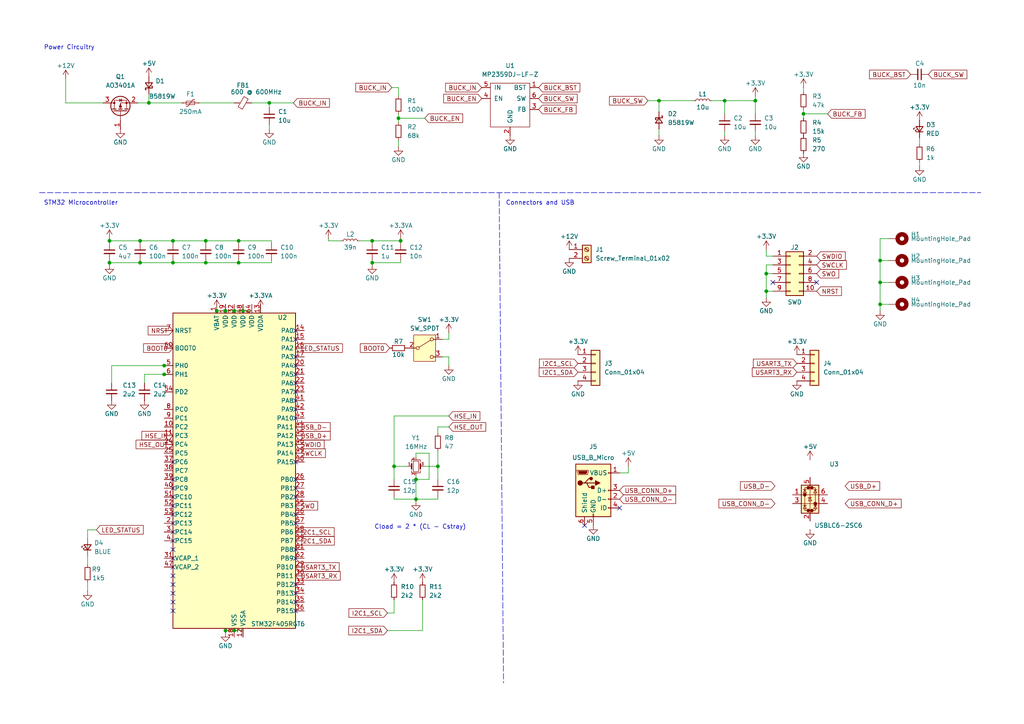
<source format=kicad_sch>
(kicad_sch (version 20250114) (generator "eeschema") (generator_version "9.0")
  (paper "A4")
  (title_block (title "STM32F4 Test Board") (date "2025-07-07") (rev "2.0") (company "rev"))
  (lib_symbols
    (symbol "Connector:Screw_Terminal_01x02" (pin_names (offset 1.016) (hide yes))
      (property "Reference" "J" (at 0 2.54 0))
      (property "Value" "Screw_Terminal_01x02" (at 0 -5.08 0))
      (symbol "Screw_Terminal_01x02_1_1"
        (pin passive line (at -5.08 0 0) (length 3.81) (name "Pin_1") (number "1"))
        (pin passive line (at -5.08 -2.54 0) (length 3.81) (name "Pin_2") (number "2"))
      )
    )
    (symbol "Connector:USB_B_Micro" (pin_names (offset 1.016))
      (property "Reference" "J" (at -5.08 11.43 0))
      (property "Value" "USB_B_Micro" (at -5.08 8.89 0))
      (symbol "USB_B_Micro_1_1"
        (pin passive line (at -2.54 -10.16 90) (length 2.54) (name "Shield") (number "6"))
        (pin power_out line (at 0 -10.16 90) (length 2.54) (name "GND") (number "5"))
        (pin power_out line (at 7.62 5.08 180) (length 2.54) (name "VBUS") (number "1"))
        (pin bidirectional line (at 7.62 0 180) (length 2.54) (name "D+") (number "3"))
        (pin bidirectional line (at 7.62 -2.54 180) (length 2.54) (name "D-") (number "2"))
        (pin passive line (at 7.62 -5.08 180) (length 2.54) (name "ID") (number "4"))
      )
    )
    (symbol "Connector_Generic:Conn_01x04" (pin_names (offset 1.016) (hide yes))
      (property "Reference" "J" (at 0 5.08 0))
      (property "Value" "Conn_01x04" (at 0 -7.62 0))
      (symbol "Conn_01x04_1_1"
        (pin passive line (at -5.08 2.54 0) (length 3.81) (name "Pin_1") (number "1"))
        (pin passive line (at -5.08 0 0) (length 3.81) (name "Pin_2") (number "2"))
        (pin passive line (at -5.08 -2.54 0) (length 3.81) (name "Pin_3") (number "3"))
        (pin passive line (at -5.08 -5.08 0) (length 3.81) (name "Pin_4") (number "4"))
      )
    )
    (symbol "Connector_Generic:Conn_02x05_Odd_Even" (pin_names (offset 1.016) (hide yes))
      (property "Reference" "J" (at 1.27 7.62 0))
      (property "Value" "Conn_02x05_Odd_Even" (at 1.27 -7.62 0))
      (symbol "Conn_02x05_Odd_Even_1_1"
        (pin passive line (at -5.08 5.08 0) (length 3.81) (name "Pin_1") (number "1"))
        (pin passive line (at -5.08 2.54 0) (length 3.81) (name "Pin_3") (number "3"))
        (pin passive line (at -5.08 0 0) (length 3.81) (name "Pin_5") (number "5"))
        (pin passive line (at -5.08 -2.54 0) (length 3.81) (name "Pin_7") (number "7"))
        (pin passive line (at -5.08 -5.08 0) (length 3.81) (name "Pin_9") (number "9"))
        (pin passive line (at 7.62 5.08 180) (length 3.81) (name "Pin_2") (number "2"))
        (pin passive line (at 7.62 2.54 180) (length 3.81) (name "Pin_4") (number "4"))
        (pin passive line (at 7.62 0 180) (length 3.81) (name "Pin_6") (number "6"))
        (pin passive line (at 7.62 -2.54 180) (length 3.81) (name "Pin_8") (number "8"))
        (pin passive line (at 7.62 -5.08 180) (length 3.81) (name "Pin_10") (number "10"))
      )
    )
    (symbol "Device:C_Small" (pin_numbers (hide yes)) (pin_names (offset 0.254) (hide yes))
      (property "Reference" "C" (at 0.254 1.778 0))
      (property "Value" "C_Small" (at 0.254 -2.032 0))
      (symbol "C_Small_1_1"
        (pin passive line (at 0 2.54 270) (length 2.032) (name "~") (number "1"))
        (pin passive line (at 0 -2.54 90) (length 2.032) (name "~") (number "2"))
      )
    )
    (symbol "Device:Crystal_GND24_Small" (pin_names (offset 1.016) (hide yes))
      (property "Reference" "Y" (at 1.27 4.445 0))
      (property "Value" "Crystal_GND24_Small" (at 1.27 2.54 0))
      (symbol "Crystal_GND24_Small_1_1"
        (pin passive line (at -2.54 0 0) (length 1.27) (name "1") (number "1"))
        (pin passive line (at 0 2.54 270) (length 0.635) (name "4") (number "4"))
        (pin passive line (at 0 -2.54 90) (length 0.635) (name "2") (number "2"))
        (pin passive line (at 2.54 0 180) (length 1.27) (name "3") (number "3"))
      )
    )
    (symbol "Device:D_Schottky_Small" (pin_numbers (hide yes)) (pin_names (offset 0.254) (hide yes))
      (property "Reference" "D" (at -1.27 2.032 0))
      (property "Value" "D_Schottky_Small" (at -7.112 -2.032 0))
      (symbol "D_Schottky_Small_1_1"
        (pin passive line (at -2.54 0 0) (length 1.778) (name "K") (number "1"))
        (pin passive line (at 2.54 0 180) (length 1.778) (name "A") (number "2"))
      )
    )
    (symbol "Device:Ferrite_Bead_Small" (pin_numbers (hide yes)) (pin_names (offset 0))
      (property "Reference" "FB" (at 1.905 1.27 0))
      (property "Value" "Device_Ferrite_Bead_Small" (at 1.905 -1.27 0))
      (symbol "Ferrite_Bead_Small_1_1"
        (pin passive line (at 0 2.54 270) (length 1.27) (name "~") (number "1"))
        (pin passive line (at 0 -2.54 90) (length 1.27) (name "~") (number "2"))
      )
    )
    (symbol "Device:LED_Small" (pin_numbers (hide yes)) (pin_names (offset 0.254) (hide yes))
      (property "Reference" "D" (at -1.27 3.175 0))
      (property "Value" "LED_Small" (at -4.445 -2.54 0))
      (symbol "LED_Small_1_1"
        (pin passive line (at -2.54 0 0) (length 1.778) (name "K") (number "1"))
        (pin passive line (at 2.54 0 180) (length 1.778) (name "A") (number "2"))
      )
    )
    (symbol "Device:L_Small" (pin_numbers (hide yes)) (pin_names (offset 0.254) (hide yes))
      (property "Reference" "L" (at 0.762 1.016 0))
      (property "Value" "L_Small" (at 0.762 -1.016 0))
      (symbol "L_Small_1_1"
        (pin passive line (at 0 2.54 270) (length 0.508) (name "~") (number "1"))
        (pin passive line (at 0 -2.54 90) (length 0.508) (name "~") (number "2"))
      )
    )
    (symbol "Device:Polyfuse_Small" (pin_numbers (hide yes)) (pin_names (offset 0))
      (property "Reference" "F" (at -1.905 0 90))
      (property "Value" "Polyfuse_Small" (at 1.905 0 90))
      (symbol "Polyfuse_Small_1_1"
        (pin passive line (at 0 2.54 270) (length 0.635) (name "~") (number "1"))
        (pin passive line (at 0 -2.54 90) (length 0.635) (name "~") (number "2"))
      )
    )
    (symbol "Device:R_Small" (pin_numbers (hide yes)) (pin_names (offset 0.254) (hide yes))
      (property "Reference" "R" (at 0 0 90))
      (property "Value" "R_Small" (at 1.778 0 90))
      (symbol "R_Small_1_1"
        (pin passive line (at 0 2.54 270) (length 0.762) (name "~") (number "1"))
        (pin passive line (at 0 -2.54 90) (length 0.762) (name "~") (number "2"))
      )
    )
    (symbol "MCU_ST_STM32F4:STM32F405RGTx"
      (property "Reference" "U" (at -17.78 46.99 0))
      (property "Value" "STM32F405RGTx" (at 10.16 46.99 0))
      (symbol "STM32F405RGTx_1_1"
        (pin input line (at -20.32 40.64 0) (length 2.54) (name "NRST") (number "7"))
        (pin input line (at -20.32 35.56 0) (length 2.54) (name "BOOT0") (number "60"))
        (pin bidirectional line (at -20.32 30.48 0) (length 2.54) (name "PH0") (number "5"))
        (pin bidirectional line (at -20.32 27.94 0) (length 2.54) (name "PH1") (number "6"))
        (pin bidirectional line (at -20.32 22.86 0) (length 2.54) (name "PD2") (number "54"))
        (pin bidirectional line (at -20.32 17.78 0) (length 2.54) (name "PC0") (number "8"))
        (pin bidirectional line (at -20.32 15.24 0) (length 2.54) (name "PC1") (number "9"))
        (pin bidirectional line (at -20.32 12.7 0) (length 2.54) (name "PC2") (number "10"))
        (pin bidirectional line (at -20.32 10.16 0) (length 2.54) (name "PC3") (number "11"))
        (pin bidirectional line (at -20.32 7.62 0) (length 2.54) (name "PC4") (number "24"))
        (pin bidirectional line (at -20.32 5.08 0) (length 2.54) (name "PC5") (number "25"))
        (pin bidirectional line (at -20.32 2.54 0) (length 2.54) (name "PC6") (number "37"))
        (pin bidirectional line (at -20.32 0 0) (length 2.54) (name "PC7") (number "38"))
        (pin bidirectional line (at -20.32 -2.54 0) (length 2.54) (name "PC8") (number "39"))
        (pin bidirectional line (at -20.32 -5.08 0) (length 2.54) (name "PC9") (number "40"))
        (pin bidirectional line (at -20.32 -7.62 0) (length 2.54) (name "PC10") (number "51"))
        (pin bidirectional line (at -20.32 -10.16 0) (length 2.54) (name "PC11") (number "52"))
        (pin bidirectional line (at -20.32 -12.7 0) (length 2.54) (name "PC12") (number "53"))
        (pin bidirectional line (at -20.32 -15.24 0) (length 2.54) (name "PC13") (number "2"))
        (pin bidirectional line (at -20.32 -17.78 0) (length 2.54) (name "PC14") (number "3"))
        (pin bidirectional line (at -20.32 -20.32 0) (length 2.54) (name "PC15") (number "4"))
        (pin power_out line (at -20.32 -25.4 0) (length 2.54) (name "VCAP_1") (number "31"))
        (pin power_out line (at -20.32 -27.94 0) (length 2.54) (name "VCAP_2") (number "47"))
        (pin power_in line (at -5.08 48.26 270) (length 2.54) (name "VBAT") (number "1"))
        (pin power_in line (at -2.54 48.26 270) (length 2.54) (name "VDD") (number "19"))
        (pin power_in line (at 0 48.26 270) (length 2.54) (name "VDD") (number "32"))
        (pin power_in line (at 0 -48.26 90) (length 2.54) (name "VSS") (number "18"))
        (pin passive line (at 0 -48.26 90) (length 2.54) (hide yes) (name "VSS") (number "63"))
        (pin power_in line (at 2.54 48.26 270) (length 2.54) (name "VDD") (number "48"))
        (pin power_in line (at 2.54 -48.26 90) (length 2.54) (name "VSSA") (number "12"))
        (pin power_in line (at 5.08 48.26 270) (length 2.54) (name "VDD") (number "64"))
        (pin power_in line (at 7.62 48.26 270) (length 2.54) (name "VDDA") (number "13"))
        (pin bidirectional line (at 20.32 40.64 180) (length 2.54) (name "PA0") (number "14"))
        (pin bidirectional line (at 20.32 38.1 180) (length 2.54) (name "PA1") (number "15"))
        (pin bidirectional line (at 20.32 35.56 180) (length 2.54) (name "PA2") (number "16"))
        (pin bidirectional line (at 20.32 33.02 180) (length 2.54) (name "PA3") (number "17"))
        (pin bidirectional line (at 20.32 30.48 180) (length 2.54) (name "PA4") (number "20"))
        (pin bidirectional line (at 20.32 27.94 180) (length 2.54) (name "PA5") (number "21"))
        (pin bidirectional line (at 20.32 25.4 180) (length 2.54) (name "PA6") (number "22"))
        (pin bidirectional line (at 20.32 22.86 180) (length 2.54) (name "PA7") (number "23"))
        (pin bidirectional line (at 20.32 20.32 180) (length 2.54) (name "PA8") (number "41"))
        (pin bidirectional line (at 20.32 17.78 180) (length 2.54) (name "PA9") (number "42"))
        (pin bidirectional line (at 20.32 15.24 180) (length 2.54) (name "PA10") (number "43"))
        (pin bidirectional line (at 20.32 12.7 180) (length 2.54) (name "PA11") (number "44"))
        (pin bidirectional line (at 20.32 10.16 180) (length 2.54) (name "PA12") (number "45"))
        (pin bidirectional line (at 20.32 7.62 180) (length 2.54) (name "PA13") (number "46"))
        (pin bidirectional line (at 20.32 5.08 180) (length 2.54) (name "PA14") (number "49"))
        (pin bidirectional line (at 20.32 2.54 180) (length 2.54) (name "PA15") (number "50"))
        (pin bidirectional line (at 20.32 -2.54 180) (length 2.54) (name "PB0") (number "26"))
        (pin bidirectional line (at 20.32 -5.08 180) (length 2.54) (name "PB1") (number "27"))
        (pin bidirectional line (at 20.32 -7.62 180) (length 2.54) (name "PB2") (number "28"))
        (pin bidirectional line (at 20.32 -10.16 180) (length 2.54) (name "PB3") (number "55"))
        (pin bidirectional line (at 20.32 -12.7 180) (length 2.54) (name "PB4") (number "56"))
        (pin bidirectional line (at 20.32 -15.24 180) (length 2.54) (name "PB5") (number "57"))
        (pin bidirectional line (at 20.32 -17.78 180) (length 2.54) (name "PB6") (number "58"))
        (pin bidirectional line (at 20.32 -20.32 180) (length 2.54) (name "PB7") (number "59"))
        (pin bidirectional line (at 20.32 -22.86 180) (length 2.54) (name "PB8") (number "61"))
        (pin bidirectional line (at 20.32 -25.4 180) (length 2.54) (name "PB9") (number "62"))
        (pin bidirectional line (at 20.32 -27.94 180) (length 2.54) (name "PB10") (number "29"))
        (pin bidirectional line (at 20.32 -30.48 180) (length 2.54) (name "PB11") (number "30"))
        (pin bidirectional line (at 20.32 -33.02 180) (length 2.54) (name "PB12") (number "33"))
        (pin bidirectional line (at 20.32 -35.56 180) (length 2.54) (name "PB13") (number "34"))
        (pin bidirectional line (at 20.32 -38.1 180) (length 2.54) (name "PB14") (number "35"))
        (pin bidirectional line (at 20.32 -40.64 180) (length 2.54) (name "PB15") (number "36"))
      )
    )
    (symbol "Mechanical:MountingHole_Pad" (pin_numbers (hide yes)) (pin_names (offset 1.016) (hide yes)) (in_bom no)
      (property "Reference" "H" (at 0 6.35 0))
      (property "Value" "MountingHole_Pad" (at 0 4.445 0))
      (symbol "MountingHole_Pad_1_1"
        (pin input line (at 0 -2.54 90) (length 2.54) (name "1") (number "1"))
      )
    )
    (symbol "Power_Protection:USBLC6-2SC6" (pin_names (hide yes))
      (property "Reference" "U" (at 0.635 5.715 0))
      (property "Value" "USBLC6-2SC6" (at 0.635 3.81 0))
      (symbol "USBLC6-2SC6_1_1"
        (pin passive line (at -5.08 0 0) (length 2.54) (name "I/O1") (number "1"))
        (pin passive line (at -5.08 -2.54 0) (length 2.54) (name "I/O2") (number "3"))
        (pin passive line (at 0 5.08 270) (length 2.54) (name "VBUS") (number "5"))
        (pin passive line (at 0 -7.62 90) (length 2.54) (name "GND") (number "2"))
        (pin passive line (at 5.08 0 180) (length 2.54) (name "I/O1") (number "6"))
        (pin passive line (at 5.08 -2.54 180) (length 2.54) (name "I/O2") (number "4"))
      )
    )
    (symbol "SchmillipKiCADLibrary:MP2359DJ-LF-Z" (pin_names (offset 1.016))
      (property "Reference" "U" (at 0 9.525 0))
      (property "Value" "SchmillipKiCADLibrary_MP2359DJ-LF-Z" (at 10.16 -6.35 0))
      (symbol "MP2359DJ-LF-Z_1_1"
        (pin power_in line (at -8.255 6.35 0) (length 2.54) (name "IN") (number "5"))
        (pin input line (at -8.255 3.175 0) (length 2.54) (name "EN") (number "4"))
        (pin power_in line (at 0 -7.62 90) (length 2.54) (name "GND") (number "2"))
        (pin input line (at 8.255 6.35 180) (length 2.54) (name "BST") (number "1"))
        (pin power_out line (at 8.255 3.175 180) (length 2.54) (name "SW") (number "6"))
        (pin input line (at 8.255 0 180) (length 2.54) (name "FB") (number "3"))
      )
    )
    (symbol "Switch:SW_SPDT" (pin_names (offset 0) (hide yes))
      (property "Reference" "SW" (at 0 5.08 0))
      (property "Value" "SW_SPDT" (at 0 -5.08 0))
      (symbol "SW_SPDT_1_1"
        (pin passive line (at -5.08 0 0) (length 2.54) (name "B") (number "2"))
        (pin passive line (at 5.08 2.54 180) (length 2.54) (name "A") (number "1"))
        (pin passive line (at 5.08 -2.54 180) (length 2.54) (name "C") (number "3"))
      )
    )
    (symbol "Transistor_FET:AO3401A" (pin_names (hide yes))
      (property "Reference" "Q" (at 5.08 1.905 0))
      (property "Value" "AO3401A" (at 5.08 0 0))
      (symbol "AO3401A_1_1"
        (pin input line (at -5.08 0 0) (length 2.54) (name "G") (number "1"))
        (pin passive line (at 2.54 5.08 270) (length 2.54) (name "D") (number "3"))
        (pin passive line (at 2.54 -5.08 90) (length 2.54) (name "S") (number "2"))
      )
    )
    (symbol "power:+12V" (power) (pin_numbers (hide yes)) (pin_names (offset 0) (hide yes))
      (property "Value" "+12V" (at 0 3.556 0))
      (symbol "+12V_1_1"
        (pin power_in line (at 0 0 90) (length 0) (name "~") (number "1"))
      )
    )
    (symbol "power:+3.3V" (power) (pin_numbers (hide yes)) (pin_names (offset 0) (hide yes))
      (property "Value" "+3.3V" (at 0 3.556 0))
      (symbol "+3.3V_1_1"
        (pin power_in line (at 0 0 90) (length 0) (name "~") (number "1"))
      )
    )
    (symbol "power:+3.3VA" (power) (pin_numbers (hide yes)) (pin_names (offset 0) (hide yes))
      (property "Value" "+3.3VA" (at 0 3.556 0))
      (symbol "+3.3VA_1_1"
        (pin power_in line (at 0 0 90) (length 0) (name "~") (number "1"))
      )
    )
    (symbol "power:+5V" (power) (pin_numbers (hide yes)) (pin_names (offset 0) (hide yes))
      (property "Value" "+5V" (at 0 3.556 0))
      (symbol "+5V_1_1"
        (pin power_in line (at 0 0 90) (length 0) (name "~") (number "1"))
      )
    )
    (symbol "power:GND" (power) (pin_numbers (hide yes)) (pin_names (offset 0) (hide yes))
      (property "Value" "GND" (at 0 -3.81 0))
      (symbol "GND_1_1"
        (pin power_in line (at 0 0 270) (length 0) (name "~") (number "1"))
      )
    )
  )
  (text "Connectors and USB" (at 146.685 59.69 0) (effects (font (size 1.27 1.27)) (justify left bottom)))
  (text "Power Circuitry" (at 12.7 14.605 0) (effects (font (size 1.27 1.27)) (justify left bottom)))
  (text "Cload = 2 * (CL - Cstray)" (at 108.585 153.67 0) (effects (font (size 1.27 1.27)) (justify left bottom)))
  (text "STM32 Microcontroller" (at 12.7 59.69 0) (effects (font (size 1.27 1.27)) (justify left bottom)))
  (junction (at 255.27 81.915))
  (junction (at 47.625 106.045))
  (junction (at 219.075 29.21))
  (junction (at 50.165 76.2))
  (junction (at 67.945 90.17))
  (junction (at 40.64 76.2))
  (junction (at 222.25 79.375))
  (junction (at 43.18 29.845))
  (junction (at 31.75 69.85))
  (junction (at 69.215 69.85))
  (junction (at 67.945 182.88))
  (junction (at 65.405 90.17))
  (junction (at 50.165 69.85))
  (junction (at 70.485 90.17))
  (junction (at 62.865 90.17))
  (junction (at 191.135 29.21))
  (junction (at 233.045 33.02))
  (junction (at 255.27 75.565))
  (junction (at 222.25 84.455))
  (junction (at 120.65 139.065))
  (junction (at 255.27 88.265))
  (junction (at 127 135.255))
  (junction (at 210.185 29.21))
  (junction (at 116.205 69.85))
  (junction (at 69.215 76.2))
  (junction (at 59.69 76.2))
  (junction (at 31.75 76.2))
  (junction (at 65.405 182.88))
  (junction (at 107.95 76.2))
  (junction (at 107.95 69.85))
  (junction (at 114.3 135.255))
  (junction (at 40.64 69.85))
  (junction (at 59.69 69.85))
  (junction (at 47.625 108.585))
  (junction (at 120.65 144.78))
  (junction (at 115.57 34.29))
  (junction (at 78.105 29.845))
  (no_connect (at 85.725 141.605))
  (no_connect (at 85.725 116.205))
  (no_connect (at 50.165 141.605))
  (no_connect (at 50.165 133.985))
  (no_connect (at 50.165 161.925))
  (no_connect (at 50.165 159.385))
  (no_connect (at 85.725 113.665))
  (no_connect (at 224.155 81.915))
  (no_connect (at 50.165 169.545))
  (no_connect (at 50.165 139.065))
  (no_connect (at 85.725 151.765))
  (no_connect (at 85.725 174.625))
  (no_connect (at 236.855 81.915))
  (no_connect (at 85.725 177.165))
  (no_connect (at 50.165 167.005))
  (no_connect (at 169.545 152.4))
  (no_connect (at 85.725 133.985))
  (no_connect (at 85.725 108.585))
  (no_connect (at 50.165 144.145))
  (no_connect (at 85.725 139.065))
  (no_connect (at 85.725 159.385))
  (no_connect (at 50.165 156.845))
  (no_connect (at 50.165 177.165))
  (no_connect (at 85.725 144.145))
  (no_connect (at 50.165 149.225))
  (no_connect (at 50.165 151.765))
  (no_connect (at 50.165 146.685))
  (no_connect (at 50.165 172.085))
  (no_connect (at 50.165 164.465))
  (no_connect (at 50.165 174.625))
  (no_connect (at 85.725 149.225))
  (no_connect (at 85.725 103.505))
  (no_connect (at 85.725 118.745))
  (no_connect (at 85.725 106.045))
  (no_connect (at 50.165 154.305))
  (no_connect (at 85.725 121.285))
  (no_connect (at 85.725 161.925))
  (no_connect (at 85.725 172.085))
  (no_connect (at 85.725 169.545))
  (no_connect (at 85.725 95.885))
  (no_connect (at 85.725 111.125))
  (no_connect (at 179.705 147.32))
  (no_connect (at 85.725 98.425))
  (wire (pts (xy 78.105 31.115) (xy 78.105 29.845)))
  (wire (pts (xy 25.4 163.83) (xy 25.4 161.29)))
  (wire (pts (xy 127 130.81) (xy 127 135.255)))
  (wire (pts (xy 257.81 75.565) (xy 255.27 75.565)))
  (wire (pts (xy 130.175 98.425) (xy 130.175 96.52)))
  (wire (pts (xy 67.945 90.805) (xy 67.945 90.17)))
  (wire (pts (xy 120.65 131.445) (xy 124.46 131.445)))
  (wire (pts (xy 70.485 90.17) (xy 73.025 90.17)))
  (wire (pts (xy 224.155 79.375) (xy 222.25 79.375)))
  (wire (pts (xy 115.57 35.56) (xy 115.57 34.29)))
  (wire (pts (xy 57.785 29.845) (xy 67.945 29.845)))
  (wire (pts (xy 222.25 79.375) (xy 222.25 84.455)))
  (wire (pts (xy 67.945 182.245) (xy 67.945 182.88)))
  (wire (pts (xy 255.27 88.265) (xy 255.27 81.915)))
  (polyline (pts (xy 144.78 55.88) (xy 146.05 198.12)) (stroke (width 0) (type dash)))
  (wire (pts (xy 78.105 37.465) (xy 78.105 36.195)))
  (wire (pts (xy 107.95 69.85) (xy 104.14 69.85)))
  (wire (pts (xy 69.215 76.2) (xy 78.74 76.2)))
  (wire (pts (xy 73.025 90.17) (xy 73.025 90.805)))
  (wire (pts (xy 19.05 22.86) (xy 19.05 29.845)))
  (wire (pts (xy 40.64 69.85) (xy 50.165 69.85)))
  (wire (pts (xy 191.135 29.21) (xy 187.96 29.21)))
  (wire (pts (xy 240.03 33.02) (xy 233.045 33.02)))
  (wire (pts (xy 120.65 144.78) (xy 127 144.78)))
  (wire (pts (xy 70.485 182.88) (xy 70.485 182.245)))
  (wire (pts (xy 115.57 25.4) (xy 115.57 27.94)))
  (wire (pts (xy 59.69 76.2) (xy 69.215 76.2)))
  (wire (pts (xy 120.65 132.715) (xy 120.65 131.445)))
  (wire (pts (xy 120.65 139.065) (xy 120.65 144.78)))
  (wire (pts (xy 69.215 69.85) (xy 78.74 69.85)))
  (wire (pts (xy 120.65 144.78) (xy 114.3 144.78)))
  (wire (pts (xy 31.75 69.215) (xy 31.75 69.85)))
  (wire (pts (xy 233.045 33.02) (xy 233.045 31.75)))
  (wire (pts (xy 70.485 90.805) (xy 70.485 90.17)))
  (wire (pts (xy 52.705 29.845) (xy 43.18 29.845)))
  (wire (pts (xy 40.005 29.845) (xy 43.18 29.845)))
  (wire (pts (xy 130.175 106.045) (xy 130.175 103.505)))
  (wire (pts (xy 114.3 144.78) (xy 114.3 144.145)))
  (wire (pts (xy 65.405 182.88) (xy 65.405 182.245)))
  (wire (pts (xy 266.7 48.26) (xy 266.7 46.99)))
  (wire (pts (xy 114.3 139.065) (xy 114.3 135.255)))
  (wire (pts (xy 32.385 106.045) (xy 47.625 106.045)))
  (wire (pts (xy 78.74 76.2) (xy 78.74 75.565)))
  (wire (pts (xy 210.185 33.02) (xy 210.185 29.21)))
  (wire (pts (xy 95.25 69.215) (xy 95.25 69.85)))
  (wire (pts (xy 124.46 139.065) (xy 120.65 139.065)))
  (wire (pts (xy 182.245 137.16) (xy 182.245 135.255)))
  (wire (pts (xy 219.075 39.37) (xy 219.075 38.1)))
  (wire (pts (xy 201.295 29.21) (xy 191.135 29.21)))
  (wire (pts (xy 123.19 34.29) (xy 115.57 34.29)))
  (wire (pts (xy 115.57 34.29) (xy 115.57 33.02)))
  (wire (pts (xy 210.185 29.21) (xy 206.375 29.21)))
  (wire (pts (xy 222.25 84.455) (xy 222.25 86.36)))
  (wire (pts (xy 112.395 177.8) (xy 114.3 177.8)))
  (wire (pts (xy 95.25 69.85) (xy 99.06 69.85)))
  (wire (pts (xy 50.165 70.485) (xy 50.165 69.85)))
  (wire (pts (xy 124.46 131.445) (xy 124.46 139.065)))
  (wire (pts (xy 233.045 26.67) (xy 233.045 25.4)))
  (wire (pts (xy 47.625 108.585) (xy 50.165 108.585)))
  (wire (pts (xy 41.91 108.585) (xy 47.625 108.585)))
  (wire (pts (xy 127 123.825) (xy 127 125.73)))
  (wire (pts (xy 43.18 27.305) (xy 43.18 29.845)))
  (wire (pts (xy 29.845 29.845) (xy 19.05 29.845)))
  (wire (pts (xy 255.27 75.565) (xy 255.27 69.215)))
  (wire (pts (xy 85.09 29.845) (xy 78.105 29.845)))
  (wire (pts (xy 78.74 69.85) (xy 78.74 70.485)))
  (wire (pts (xy 114.3 135.255) (xy 118.11 135.255)))
  (wire (pts (xy 31.75 76.2) (xy 31.75 75.565)))
  (wire (pts (xy 65.405 183.515) (xy 65.405 182.88)))
  (wire (pts (xy 31.75 76.2) (xy 40.64 76.2)))
  (wire (pts (xy 59.69 69.85) (xy 69.215 69.85)))
  (wire (pts (xy 62.865 90.17) (xy 62.865 90.805)))
  (wire (pts (xy 25.4 153.67) (xy 25.4 156.21)))
  (wire (pts (xy 224.155 84.455) (xy 222.25 84.455)))
  (wire (pts (xy 255.27 90.17) (xy 255.27 88.265)))
  (wire (pts (xy 116.205 76.2) (xy 116.205 75.565)))
  (wire (pts (xy 219.075 27.94) (xy 219.075 29.21)))
  (polyline (pts (xy 11.43 55.88) (xy 284.48 55.88)) (stroke (width 0) (type dash)))
  (wire (pts (xy 191.135 32.385) (xy 191.135 29.21)))
  (wire (pts (xy 219.075 33.02) (xy 219.075 29.21)))
  (wire (pts (xy 219.075 29.21) (xy 210.185 29.21)))
  (wire (pts (xy 40.64 75.565) (xy 40.64 76.2)))
  (wire (pts (xy 31.75 76.835) (xy 31.75 76.2)))
  (wire (pts (xy 224.155 76.835) (xy 222.25 76.835)))
  (wire (pts (xy 65.405 182.88) (xy 67.945 182.88)))
  (wire (pts (xy 266.7 41.91) (xy 266.7 40.005)))
  (wire (pts (xy 40.64 76.2) (xy 50.165 76.2)))
  (wire (pts (xy 62.865 90.17) (xy 65.405 90.17)))
  (wire (pts (xy 179.705 137.16) (xy 182.245 137.16)))
  (wire (pts (xy 78.105 29.845) (xy 73.025 29.845)))
  (wire (pts (xy 50.165 69.85) (xy 59.69 69.85)))
  (wire (pts (xy 67.945 90.17) (xy 70.485 90.17)))
  (wire (pts (xy 67.945 182.88) (xy 70.485 182.88)))
  (wire (pts (xy 50.165 75.565) (xy 50.165 76.2)))
  (wire (pts (xy 107.95 76.835) (xy 107.95 76.2)))
  (wire (pts (xy 69.215 70.485) (xy 69.215 69.85)))
  (wire (pts (xy 127 144.78) (xy 127 144.145)))
  (wire (pts (xy 65.405 90.805) (xy 65.405 90.17)))
  (wire (pts (xy 123.19 135.255) (xy 127 135.255)))
  (wire (pts (xy 47.625 106.045) (xy 50.165 106.045)))
  (wire (pts (xy 116.205 69.215) (xy 116.205 69.85)))
  (wire (pts (xy 50.165 76.2) (xy 59.69 76.2)))
  (wire (pts (xy 62.865 89.535) (xy 62.865 90.17)))
  (wire (pts (xy 115.57 42.545) (xy 115.57 40.64)))
  (wire (pts (xy 233.045 33.02) (xy 233.045 34.29)))
  (wire (pts (xy 59.69 75.565) (xy 59.69 76.2)))
  (wire (pts (xy 114.3 120.65) (xy 114.3 135.255)))
  (wire (pts (xy 31.75 69.85) (xy 40.64 69.85)))
  (wire (pts (xy 69.215 75.565) (xy 69.215 76.2)))
  (wire (pts (xy 25.4 171.45) (xy 25.4 168.91)))
  (wire (pts (xy 112.395 182.88) (xy 122.555 182.88)))
  (wire (pts (xy 40.64 70.485) (xy 40.64 69.85)))
  (wire (pts (xy 210.185 39.37) (xy 210.185 38.1)))
  (wire (pts (xy 107.95 76.2) (xy 116.205 76.2)))
  (wire (pts (xy 41.91 111.125) (xy 41.91 108.585)))
  (wire (pts (xy 114.3 120.65) (xy 130.175 120.65)))
  (wire (pts (xy 107.95 76.2) (xy 107.95 75.565)))
  (wire (pts (xy 130.175 123.825) (xy 127 123.825)))
  (wire (pts (xy 255.27 69.215) (xy 257.81 69.215)))
  (wire (pts (xy 107.95 70.485) (xy 107.95 69.85)))
  (wire (pts (xy 128.27 98.425) (xy 130.175 98.425)))
  (wire (pts (xy 130.175 103.505) (xy 128.27 103.505)))
  (wire (pts (xy 222.25 74.295) (xy 224.155 74.295)))
  (wire (pts (xy 122.555 182.88) (xy 122.555 173.99)))
  (wire (pts (xy 59.69 70.485) (xy 59.69 69.85)))
  (wire (pts (xy 222.25 72.39) (xy 222.25 74.295)))
  (wire (pts (xy 255.27 81.915) (xy 255.27 75.565)))
  (wire (pts (xy 75.565 89.535) (xy 75.565 90.805)))
  (wire (pts (xy 116.205 69.85) (xy 107.95 69.85)))
  (wire (pts (xy 257.81 81.915) (xy 255.27 81.915)))
  (wire (pts (xy 32.385 111.125) (xy 32.385 106.045)))
  (wire (pts (xy 120.65 145.415) (xy 120.65 144.78)))
  (wire (pts (xy 113.665 25.4) (xy 115.57 25.4)))
  (wire (pts (xy 191.135 39.37) (xy 191.135 37.465)))
  (wire (pts (xy 27.94 153.67) (xy 25.4 153.67)))
  (wire (pts (xy 114.3 177.8) (xy 114.3 173.99)))
  (wire (pts (xy 31.75 69.85) (xy 31.75 70.485)))
  (wire (pts (xy 127 139.065) (xy 127 135.255)))
  (wire (pts (xy 120.65 137.795) (xy 120.65 139.065)))
  (wire (pts (xy 222.25 76.835) (xy 222.25 79.375)))
  (wire (pts (xy 257.81 88.265) (xy 255.27 88.265)))
  (wire (pts (xy 65.405 90.17) (xy 67.945 90.17)))
  (wire (pts (xy 116.205 70.485) (xy 116.205 69.85)))
  (global_label "BUCK_SW" (shape input) (at 269.24 21.59 0) (property "Intersheetrefs" "${INTERSHEET_REFS}" (effects (hide yes))))
  (global_label "USB_D-" (shape input) (at 224.79 140.97 180) (property "Intersheetrefs" "${INTERSHEET_REFS}" (effects (hide yes))))
  (global_label "USB_D+" (shape input) (at 85.725 126.365 0) (property "Intersheetrefs" "${INTERSHEET_REFS}" (effects (hide yes))))
  (global_label "USB_CONN_D-" (shape input) (at 224.79 146.05 180) (property "Intersheetrefs" "${INTERSHEET_REFS}" (effects (hide yes))))
  (global_label "USART3_TX" (shape input) (at 85.725 164.465 0) (property "Intersheetrefs" "${INTERSHEET_REFS}" (effects (hide yes))))
  (global_label "BOOT0" (shape input) (at 50.165 100.965 180) (property "Intersheetrefs" "${INTERSHEET_REFS}" (effects (hide yes))))
  (global_label "BUCK_EN" (shape input) (at 123.19 34.29 0) (property "Intersheetrefs" "${INTERSHEET_REFS}" (effects (hide yes))))
  (global_label "USB_D-" (shape input) (at 85.725 123.825 0) (property "Intersheetrefs" "${INTERSHEET_REFS}" (effects (hide yes))))
  (global_label "LED_STATUS" (shape input) (at 27.94 153.67 0) (property "Intersheetrefs" "${INTERSHEET_REFS}" (effects (hide yes))))
  (global_label "I2C1_SDA" (shape input) (at 167.64 107.95 180) (property "Intersheetrefs" "${INTERSHEET_REFS}" (effects (hide yes))))
  (global_label "I2C1_SCL" (shape input) (at 85.725 154.305 0) (property "Intersheetrefs" "${INTERSHEET_REFS}" (effects (hide yes))))
  (global_label "BUCK_BST" (shape input) (at 264.16 21.59 180) (property "Intersheetrefs" "${INTERSHEET_REFS}" (effects (hide yes))))
  (global_label "SWCLK" (shape input) (at 236.855 76.835 0) (property "Intersheetrefs" "${INTERSHEET_REFS}" (effects (hide yes))))
  (global_label "BUCK_SW" (shape input) (at 187.96 29.21 180) (property "Intersheetrefs" "${INTERSHEET_REFS}" (effects (hide yes))))
  (global_label "BUCK_IN" (shape input) (at 85.09 29.845 0) (property "Intersheetrefs" "${INTERSHEET_REFS}" (effects (hide yes))))
  (global_label "BUCK_BST" (shape input) (at 156.21 25.4 0) (property "Intersheetrefs" "${INTERSHEET_REFS}" (effects (hide yes))))
  (global_label "BUCK_FB" (shape input) (at 240.03 33.02 0) (property "Intersheetrefs" "${INTERSHEET_REFS}" (effects (hide yes))))
  (global_label "SWDIO" (shape input) (at 85.725 128.905 0) (property "Intersheetrefs" "${INTERSHEET_REFS}" (effects (hide yes))))
  (global_label "BUCK_FB" (shape input) (at 156.21 31.75 0) (property "Intersheetrefs" "${INTERSHEET_REFS}" (effects (hide yes))))
  (global_label "LED_STATUS" (shape input) (at 85.725 100.965 0) (property "Intersheetrefs" "${INTERSHEET_REFS}" (effects (hide yes))))
  (global_label "I2C1_SCL" (shape input) (at 167.64 105.41 180) (property "Intersheetrefs" "${INTERSHEET_REFS}" (effects (hide yes))))
  (global_label "SWO" (shape input) (at 85.725 146.685 0) (property "Intersheetrefs" "${INTERSHEET_REFS}" (effects (hide yes))))
  (global_label "USART3_RX" (shape input) (at 231.14 107.95 180) (property "Intersheetrefs" "${INTERSHEET_REFS}" (effects (hide yes))))
  (global_label "I2C1_SCL" (shape input) (at 112.395 177.8 180) (property "Intersheetrefs" "${INTERSHEET_REFS}" (effects (hide yes))))
  (global_label "BUCK_IN" (shape input) (at 113.665 25.4 180) (property "Intersheetrefs" "${INTERSHEET_REFS}" (effects (hide yes))))
  (global_label "USB_CONN_D-" (shape input) (at 179.705 144.78 0) (property "Intersheetrefs" "${INTERSHEET_REFS}" (effects (hide yes))))
  (global_label "USB_D+" (shape input) (at 245.11 140.97 0) (property "Intersheetrefs" "${INTERSHEET_REFS}" (effects (hide yes))))
  (global_label "BUCK_SW" (shape input) (at 156.21 28.575 0) (property "Intersheetrefs" "${INTERSHEET_REFS}" (effects (hide yes))))
  (global_label "BOOT0" (shape input) (at 113.03 100.965 180) (property "Intersheetrefs" "${INTERSHEET_REFS}" (effects (hide yes))))
  (global_label "SWO" (shape input) (at 236.855 79.375 0) (property "Intersheetrefs" "${INTERSHEET_REFS}" (effects (hide yes))))
  (global_label "USART3_TX" (shape input) (at 231.14 105.41 180) (property "Intersheetrefs" "${INTERSHEET_REFS}" (effects (hide yes))))
  (global_label "I2C1_SDA" (shape input) (at 112.395 182.88 180) (property "Intersheetrefs" "${INTERSHEET_REFS}" (effects (hide yes))))
  (global_label "NRST" (shape input) (at 50.165 95.885 180) (property "Intersheetrefs" "${INTERSHEET_REFS}" (effects (hide yes))))
  (global_label "NRST" (shape input) (at 236.855 84.455 0) (property "Intersheetrefs" "${INTERSHEET_REFS}" (effects (hide yes))))
  (global_label "HSE_IN" (shape input) (at 50.165 126.365 180) (property "Intersheetrefs" "${INTERSHEET_REFS}" (effects (hide yes))))
  (global_label "SWCLK" (shape input) (at 85.725 131.445 0) (property "Intersheetrefs" "${INTERSHEET_REFS}" (effects (hide yes))))
  (global_label "HSE_IN" (shape input) (at 130.175 120.65 0) (property "Intersheetrefs" "${INTERSHEET_REFS}" (effects (hide yes))))
  (global_label "USB_CONN_D+" (shape input) (at 245.11 146.05 0) (property "Intersheetrefs" "${INTERSHEET_REFS}" (effects (hide yes))))
  (global_label "I2C1_SDA" (shape input) (at 85.725 156.845 0) (property "Intersheetrefs" "${INTERSHEET_REFS}" (effects (hide yes))))
  (global_label "HSE_OUT" (shape input) (at 50.165 128.905 180) (property "Intersheetrefs" "${INTERSHEET_REFS}" (effects (hide yes))))
  (global_label "USB_CONN_D+" (shape input) (at 179.705 142.24 0) (property "Intersheetrefs" "${INTERSHEET_REFS}" (effects (hide yes))))
  (global_label "SWDIO" (shape input) (at 236.855 74.295 0) (property "Intersheetrefs" "${INTERSHEET_REFS}" (effects (hide yes))))
  (global_label "HSE_OUT" (shape input) (at 130.175 123.825 0) (property "Intersheetrefs" "${INTERSHEET_REFS}" (effects (hide yes))))
  (global_label "USART3_RX" (shape input) (at 85.725 167.005 0) (property "Intersheetrefs" "${INTERSHEET_REFS}" (effects (hide yes))))
  (global_label "BUCK_EN" (shape input) (at 139.7 28.575 180) (property "Intersheetrefs" "${INTERSHEET_REFS}" (effects (hide yes))))
  (global_label "BUCK_IN" (shape input) (at 139.7 25.4 180) (property "Intersheetrefs" "${INTERSHEET_REFS}" (effects (hide yes))))
  (symbol (lib_id "MCU_ST_STM32F4:STM32F405RGTx") (at 67.945 136.525 0) (unit 1)
    (property "Reference" "U2" (at 81.915 92.075 0))
    (property "Value" "STM32F405RGT6" (at 80.645 180.975 0))
    (property "Footprint" "Package_QFP:LQFP-64_10x10mm_P0.5mm" (effects (hide yes)))
    (property "Datasheet" "http://www.st.com/st-web-ui/static/active/en/resource/technical/document/datasheet/DM00037051.pdf" (effects (hide yes)))
    (property "LCSC Part #" "C15742" (effects (hide yes)))
  )
  (symbol (lib_id "power:GND") (at 65.405 183.515 0) (unit 1)
    (property "Reference" "#PWR042" (effects (hide yes)))
    (property "Value" "GND" (at 65.405 187.325 0))
  )
  (symbol (lib_id "power:+3.3V") (at 62.865 89.535 0) (unit 1)
    (property "Reference" "#PWR024" (effects (hide yes)))
    (property "Value" "+3.3V" (at 62.865 85.725 0))
  )
  (symbol (lib_id "power:+3.3VA") (at 75.565 89.535 0) (unit 1)
    (property "Reference" "#PWR025" (effects (hide yes)))
    (property "Value" "+3.3VA" (at 75.565 85.725 0))
  )
  (symbol (lib_id "Device:C_Small") (at 41.91 113.665 0) (unit 1)
    (property "Reference" "C14" (at 44.45 111.76 0) (effects (justify left)))
    (property "Value" "2u2" (at 44.45 114.3 0) (effects (justify left)))
    (property "Footprint" "Capacitor_SMD:C_0603_1608Metric" (effects (hide yes)))
    (property "LCSC Part #" "C23630" (effects (hide yes)))
  )
  (symbol (lib_id "Device:C_Small") (at 32.385 113.665 0) (unit 1)
    (property "Reference" "C13" (at 35.56 111.76 0) (effects (justify left)))
    (property "Value" "2u2" (at 35.56 114.3 0) (effects (justify left)))
    (property "Footprint" "Capacitor_SMD:C_0603_1608Metric" (effects (hide yes)))
    (property "LCSC Part #" "C23630" (effects (hide yes)))
  )
  (symbol (lib_id "power:GND") (at 41.91 116.205 0) (unit 1)
    (property "Reference" "#PWR033" (effects (hide yes)))
    (property "Value" "GND" (at 41.91 120.015 0))
  )
  (symbol (lib_id "power:GND") (at 32.385 116.205 0) (unit 1)
    (property "Reference" "#PWR032" (effects (hide yes)))
    (property "Value" "GND" (at 32.385 120.015 0))
  )
  (symbol (lib_id "Switch:SW_SPDT") (at 123.19 100.965 0) (unit 1)
    (property "Reference" "SW1" (at 123.19 92.71 0))
    (property "Value" "SW_SPDT" (at 123.19 95.25 0))
    (property "Footprint" "Button_Switch_SMD:SW_SPDT_PCM12" (effects (hide yes)))
  )
  (symbol (lib_id "Device:R_Small") (at 115.57 100.965 270) (unit 1)
    (property "Reference" "R7" (at 115.57 99.06 90))
    (property "Value" "10k" (at 115.57 102.87 90))
    (property "Footprint" "Resistor_SMD:R_0402_1005Metric" (effects (hide yes)))
    (property "LCSC Part #" "C25744" (effects (hide yes)))
  )
  (symbol (lib_id "power:+3.3V") (at 130.175 96.52 0) (unit 1)
    (property "Reference" "#PWR026" (effects (hide yes)))
    (property "Value" "+3.3V" (at 130.175 92.71 0))
  )
  (symbol (lib_id "power:GND") (at 130.175 106.045 0) (unit 1)
    (property "Reference" "#PWR029" (effects (hide yes)))
    (property "Value" "GND" (at 130.175 109.855 0))
  )
  (symbol (lib_id "Device:C_Small") (at 31.75 73.025 0) (unit 1)
    (property "Reference" "C5" (at 34.29 71.755 0) (effects (justify left)))
    (property "Value" "4u7" (at 34.29 74.295 0) (effects (justify left)))
    (property "Footprint" "Capacitor_SMD:C_0603_1608Metric" (effects (hide yes)))
    (property "LCSC Part #" "C19666" (effects (hide yes)))
  )
  (symbol (lib_id "Device:C_Small") (at 40.64 73.025 0) (unit 1)
    (property "Reference" "C6" (at 43.18 71.755 0) (effects (justify left)))
    (property "Value" "100n" (at 43.18 74.295 0) (effects (justify left)))
    (property "Footprint" "Capacitor_SMD:C_0402_1005Metric" (effects (hide yes)))
    (property "LCSC Part #" "C1525" (effects (hide yes)))
  )
  (symbol (lib_id "Device:C_Small") (at 50.165 73.025 0) (unit 1)
    (property "Reference" "C7" (at 52.705 71.755 0) (effects (justify left)))
    (property "Value" "100n" (at 52.705 74.295 0) (effects (justify left)))
    (property "Footprint" "Capacitor_SMD:C_0402_1005Metric" (effects (hide yes)))
    (property "LCSC Part #" "C1525" (effects (hide yes)))
  )
  (symbol (lib_id "Device:C_Small") (at 59.69 73.025 0) (unit 1)
    (property "Reference" "C8" (at 62.23 71.755 0) (effects (justify left)))
    (property "Value" "100n" (at 62.23 74.295 0) (effects (justify left)))
    (property "Footprint" "Capacitor_SMD:C_0402_1005Metric" (effects (hide yes)))
    (property "LCSC Part #" "C1525" (effects (hide yes)))
  )
  (symbol (lib_id "Device:C_Small") (at 69.215 73.025 0) (unit 1)
    (property "Reference" "C9" (at 71.755 71.755 0) (effects (justify left)))
    (property "Value" "100n" (at 71.755 74.295 0) (effects (justify left)))
    (property "Footprint" "Capacitor_SMD:C_0402_1005Metric" (effects (hide yes)))
    (property "LCSC Part #" "C1525" (effects (hide yes)))
  )
  (symbol (lib_id "Device:C_Small") (at 78.74 73.025 0) (unit 1)
    (property "Reference" "C10" (at 81.28 71.755 0) (effects (justify left)))
    (property "Value" "100n" (at 81.28 74.295 0) (effects (justify left)))
    (property "Footprint" "Capacitor_SMD:C_0402_1005Metric" (effects (hide yes)))
    (property "LCSC Part #" "C1525" (effects (hide yes)))
  )
  (symbol (lib_id "power:+3.3V") (at 31.75 69.215 0) (unit 1)
    (property "Reference" "#PWR015" (effects (hide yes)))
    (property "Value" "+3.3V" (at 31.75 65.405 0))
  )
  (symbol (lib_id "power:GND") (at 31.75 76.835 0) (unit 1)
    (property "Reference" "#PWR021" (effects (hide yes)))
    (property "Value" "GND" (at 31.75 80.645 0))
  )
  (symbol (lib_id "Device:L_Small") (at 101.6 69.85 90) (unit 1)
    (property "Reference" "L2" (at 101.6 67.945 90))
    (property "Value" "39n" (at 101.6 71.755 90))
    (property "Footprint" "Inductor_SMD:L_0402_1005Metric" (effects (hide yes)))
    (property "LCSC Part #" "C26443" (effects (hide yes)))
  )
  (symbol (lib_id "power:+3.3V") (at 95.25 69.215 0) (unit 1)
    (property "Reference" "#PWR016" (effects (hide yes)))
    (property "Value" "+3.3V" (at 95.25 65.405 0))
  )
  (symbol (lib_id "Device:C_Small") (at 107.95 73.025 0) (unit 1)
    (property "Reference" "C11" (at 110.49 71.755 0) (effects (justify left)))
    (property "Value" "1u" (at 110.49 74.295 0) (effects (justify left)))
    (property "Footprint" "Capacitor_SMD:C_0402_1005Metric" (effects (hide yes)))
    (property "LCSC Part #" "C52923" (effects (hide yes)))
  )
  (symbol (lib_id "Device:C_Small") (at 116.205 73.025 0) (unit 1)
    (property "Reference" "C12" (at 118.745 71.755 0) (effects (justify left)))
    (property "Value" "10n" (at 118.745 74.295 0) (effects (justify left)))
    (property "Footprint" "Capacitor_SMD:C_0402_1005Metric" (effects (hide yes)))
    (property "LCSC Part #" "C15195" (effects (hide yes)))
  )
  (symbol (lib_id "power:GND") (at 107.95 76.835 0) (unit 1)
    (property "Reference" "#PWR022" (effects (hide yes)))
    (property "Value" "GND" (at 107.95 80.645 0))
  )
  (symbol (lib_id "power:+3.3VA") (at 116.205 69.215 0) (unit 1)
    (property "Reference" "#PWR017" (effects (hide yes)))
    (property "Value" "+3.3VA" (at 116.205 65.405 0))
  )
  (symbol (lib_id "Device:Crystal_GND24_Small") (at 120.65 135.255 0) (unit 1)
    (property "Reference" "Y1" (at 119.38 127 0) (effects (justify left)))
    (property "Value" "16MHz" (at 117.475 129.54 0) (effects (justify left)))
    (property "Footprint" "Crystal:Crystal_SMD_3225-4Pin_3.2x2.5mm" (effects (hide yes)))
    (property "LCSC Part #" "C13738" (effects (hide yes)))
  )
  (symbol (lib_id "Device:C_Small") (at 127 141.605 0) (unit 1)
    (property "Reference" "C16" (at 129.54 139.7 0) (effects (justify left)))
    (property "Value" "12p" (at 129.54 142.24 0) (effects (justify left)))
    (property "Footprint" "Capacitor_SMD:C_0402_1005Metric" (effects (hide yes)))
    (property "LCSC Part #" "C1547" (effects (hide yes)))
  )
  (symbol (lib_id "Device:C_Small") (at 114.3 141.605 0) (unit 1)
    (property "Reference" "C15" (at 116.84 139.7 0) (effects (justify left)))
    (property "Value" "12p" (at 116.84 142.24 0) (effects (justify left)))
    (property "Footprint" "Capacitor_SMD:C_0402_1005Metric" (effects (hide yes)))
    (property "LCSC Part #" "C1547" (effects (hide yes)))
  )
  (symbol (lib_id "power:GND") (at 120.65 145.415 0) (unit 1)
    (property "Reference" "#PWR036" (effects (hide yes)))
    (property "Value" "GND" (at 120.65 149.225 0))
  )
  (symbol (lib_id "Device:R_Small") (at 127 128.27 0) (unit 1)
    (property "Reference" "R8" (at 128.905 127 0) (effects (justify left)))
    (property "Value" "47" (at 128.905 129.54 0) (effects (justify left)))
    (property "Footprint" "Resistor_SMD:R_0402_1005Metric" (effects (hide yes)))
    (property "LCSC Part #" "C25118" (effects (hide yes)))
  )
  (symbol (lib_id "Device:LED_Small") (at 25.4 158.75 90) (unit 1)
    (property "Reference" "D4" (at 27.305 157.48 90) (effects (justify right)))
    (property "Value" "BLUE" (at 27.305 160.02 90) (effects (justify right)))
    (property "Footprint" "LED_SMD:LED_0603_1608Metric" (effects (hide yes)))
    (property "LCSC Part #" "C72041" (effects (hide yes)))
  )
  (symbol (lib_id "Device:R_Small") (at 25.4 166.37 180) (unit 1)
    (property "Reference" "R9" (at 27.94 165.1 0))
    (property "Value" "1k5" (at 28.575 167.64 0))
    (property "Footprint" "Resistor_SMD:R_0603_1608Metric" (effects (hide yes)))
    (property "LCSC Part #" "C22843" (effects (hide yes)))
  )
  (symbol (lib_id "power:GND") (at 25.4 171.45 0) (unit 1)
    (property "Reference" "#PWR041" (effects (hide yes)))
    (property "Value" "GND" (at 25.4 175.26 0))
  )
  (symbol (lib_id "SchmillipKiCADLibrary:MP2359DJ-LF-Z") (at 147.955 31.75 0) (unit 1)
    (property "Reference" "U1" (at 147.955 19.05 0))
    (property "Value" "MP2359DJ-LF-Z" (at 147.955 21.59 0))
    (property "Footprint" "Package_TO_SOT_SMD:SOT-23-6" (effects (hide yes)))
    (property "LCSC Part #" "C14259" (effects (hide yes)))
  )
  (symbol (lib_id "power:GND") (at 147.955 39.37 0) (unit 1)
    (property "Reference" "#PWR08" (effects (hide yes)))
    (property "Value" "GND" (at 147.955 43.18 0))
  )
  (symbol (lib_id "power:+12V") (at 19.05 22.86 0) (unit 1)
    (property "Reference" "#PWR02" (effects (hide yes)))
    (property "Value" "+12V" (at 19.05 19.05 0))
  )
  (symbol (lib_id "Device:Polyfuse_Small") (at 55.245 29.845 270) (unit 1)
    (property "Reference" "F1" (at 55.245 27.305 90))
    (property "Value" "250mA" (at 55.245 32.385 90))
    (property "Footprint" "Fuse:Fuse_1206_3216Metric" (effects (hide yes)))
    (property "LCSC Part #" "C369159" (effects (hide yes)))
  )
  (symbol (lib_id "Transistor_FET:AO3401A") (at 34.925 32.385 90) (unit 1)
    (property "Reference" "Q1" (at 34.925 22.225 90))
    (property "Value" "AO3401A" (at 34.925 24.765 90))
    (property "Footprint" "Package_TO_SOT_SMD:SOT-23" (effects (hide yes)))
    (property "Datasheet" "http://www.aosmd.com/pdfs/datasheet/AO3401A.pdf" (effects (hide yes)))
    (property "LCSC Part #" "C15127" (effects (hide yes)))
  )
  (symbol (lib_id "power:GND") (at 34.925 37.465 0) (unit 1)
    (property "Reference" "#PWR05" (effects (hide yes)))
    (property "Value" "GND" (at 34.925 41.275 0))
  )
  (symbol (lib_id "Device:Ferrite_Bead_Small") (at 70.485 29.845 270) (unit 1)
    (property "Reference" "FB1" (at 70.485 24.765 90))
    (property "Value" "600 @ 600MHz" (at 74.295 26.67 90))
    (property "Footprint" "Inductor_SMD:L_0805_2012Metric" (effects (hide yes)))
    (property "LCSC Part #" "C1017" (effects (hide yes)))
  )
  (symbol (lib_id "Device:C_Small") (at 78.105 33.655 0) (unit 1)
    (property "Reference" "C1" (at 80.645 32.385 0) (effects (justify left)))
    (property "Value" "10u" (at 80.645 34.925 0) (effects (justify left)))
    (property "Footprint" "Capacitor_SMD:C_1206_3216Metric" (effects (hide yes)))
    (property "LCSC Part #" "C13585" (effects (hide yes)))
  )
  (symbol (lib_id "power:GND") (at 78.105 37.465 0) (unit 1)
    (property "Reference" "#PWR06" (effects (hide yes)))
    (property "Value" "GND" (at 78.105 41.275 0))
  )
  (symbol (lib_id "Device:R_Small") (at 115.57 30.48 0) (unit 1)
    (property "Reference" "R1" (at 118.11 29.21 0) (effects (justify left)))
    (property "Value" "100k" (at 118.11 31.75 0) (effects (justify left)))
    (property "Footprint" "Resistor_SMD:R_0603_1608Metric" (effects (hide yes)))
    (property "LCSC Part #" "C25803" (effects (hide yes)))
  )
  (symbol (lib_id "Device:R_Small") (at 115.57 38.1 0) (unit 1)
    (property "Reference" "R2" (at 118.11 36.83 0) (effects (justify left)))
    (property "Value" "68k" (at 118.11 39.37 0) (effects (justify left)))
    (property "Footprint" "Resistor_SMD:R_0603_1608Metric" (effects (hide yes)))
    (property "LCSC Part #" "C23231" (effects (hide yes)))
  )
  (symbol (lib_id "power:GND") (at 115.57 42.545 0) (unit 1)
    (property "Reference" "#PWR012" (effects (hide yes)))
    (property "Value" "GND" (at 115.57 46.355 0))
  )
  (symbol (lib_id "Device:C_Small") (at 266.7 21.59 270) (unit 1)
    (property "Reference" "C4" (at 265.43 18.415 90) (effects (justify left)))
    (property "Value" "10n" (at 264.795 24.765 90) (effects (justify left)))
    (property "Footprint" "Capacitor_SMD:C_0603_1608Metric" (effects (hide yes)))
    (property "LCSC Part #" "C57112" (effects (hide yes)))
  )
  (symbol (lib_id "Device:D_Schottky_Small") (at 191.135 34.925 270) (unit 1)
    (property "Reference" "D2" (at 193.675 33.02 90) (effects (justify left)))
    (property "Value" "B5819W" (at 193.675 35.56 90) (effects (justify left)))
    (property "Footprint" "Diode_SMD:D_SOD-123" (effects (hide yes)))
    (property "LCSC Part #" "C8598" (effects (hide yes)))
  )
  (symbol (lib_id "power:GND") (at 191.135 39.37 0) (unit 1)
    (property "Reference" "#PWR09" (effects (hide yes)))
    (property "Value" "GND" (at 191.135 43.18 0))
  )
  (symbol (lib_id "Device:L_Small") (at 203.835 29.21 90) (unit 1)
    (property "Reference" "L1" (at 203.835 27.305 90))
    (property "Value" "10u" (at 203.835 31.115 90))
    (property "Footprint" "Inductor_SMD:L_Sunlord_MWSA0518_5.4x5.2mm" (effects (hide yes)))
    (property "LCSC Part #" "C139506" (effects (hide yes)))
  )
  (symbol (lib_id "Device:C_Small") (at 210.185 35.56 0) (unit 1)
    (property "Reference" "C2" (at 212.725 34.29 0) (effects (justify left)))
    (property "Value" "10u" (at 212.725 36.83 0) (effects (justify left)))
    (property "Footprint" "Capacitor_SMD:C_1206_3216Metric" (effects (hide yes)))
    (property "LCSC Part #" "C13585" (effects (hide yes)))
  )
  (symbol (lib_id "power:GND") (at 210.185 39.37 0) (unit 1)
    (property "Reference" "#PWR010" (effects (hide yes)))
    (property "Value" "GND" (at 210.185 43.18 0))
  )
  (symbol (lib_id "Device:C_Small") (at 219.075 35.56 0) (unit 1)
    (property "Reference" "C3" (at 221.615 34.29 0) (effects (justify left)))
    (property "Value" "10u" (at 221.615 36.83 0) (effects (justify left)))
    (property "Footprint" "Capacitor_SMD:C_1206_3216Metric" (effects (hide yes)))
    (property "LCSC Part #" "C13585" (effects (hide yes)))
  )
  (symbol (lib_id "power:GND") (at 219.075 39.37 0) (unit 1)
    (property "Reference" "#PWR011" (effects (hide yes)))
    (property "Value" "GND" (at 219.075 43.18 0))
  )
  (symbol (lib_id "power:+3.3V") (at 219.075 27.94 0) (unit 1)
    (property "Reference" "#PWR04" (effects (hide yes)))
    (property "Value" "+3.3V" (at 219.075 24.13 0))
  )
  (symbol (lib_id "power:+3.3V") (at 233.045 25.4 0) (unit 1)
    (property "Reference" "#PWR03" (effects (hide yes)))
    (property "Value" "+3.3V" (at 233.045 21.59 0))
  )
  (symbol (lib_id "Device:R_Small") (at 233.045 29.21 0) (unit 1)
    (property "Reference" "R3" (at 235.585 27.94 0) (effects (justify left)))
    (property "Value" "47k" (at 235.585 30.48 0) (effects (justify left)))
    (property "Footprint" "Resistor_SMD:R_0603_1608Metric" (effects (hide yes)))
    (property "LCSC Part #" "C25819" (effects (hide yes)))
  )
  (symbol (lib_id "Device:R_Small") (at 233.045 36.83 0) (unit 1)
    (property "Reference" "R4" (at 235.585 35.56 0) (effects (justify left)))
    (property "Value" "15k" (at 235.585 38.1 0) (effects (justify left)))
    (property "Footprint" "Resistor_SMD:R_0603_1608Metric" (effects (hide yes)))
    (property "LCSC Part #" "C22809" (effects (hide yes)))
  )
  (symbol (lib_id "Device:R_Small") (at 233.045 41.91 0) (unit 1)
    (property "Reference" "R5" (at 235.585 40.64 0) (effects (justify left)))
    (property "Value" "270" (at 235.585 43.18 0) (effects (justify left)))
    (property "Footprint" "Resistor_SMD:R_0603_1608Metric" (effects (hide yes)))
    (property "LCSC Part #" "C22966" (effects (hide yes)))
  )
  (symbol (lib_id "power:GND") (at 233.045 44.45 0) (unit 1)
    (property "Reference" "#PWR013" (effects (hide yes)))
    (property "Value" "GND" (at 233.045 48.26 0))
  )
  (symbol (lib_id "Connector:Screw_Terminal_01x02") (at 170.18 72.39 0) (unit 1)
    (property "Reference" "J1" (at 172.72 72.39 0) (effects (justify left)))
    (property "Value" "Screw_Terminal_01x02" (at 172.72 74.93 0) (effects (justify left)))
    (property "Footprint" "TerminalBlock_Phoenix:TerminalBlock_Phoenix_PT-1,5-2-3.5-H_1x02_P3.50mm_Horizontal" (effects (hide yes)))
  )
  (symbol (lib_id "power:GND") (at 165.1 74.93 0) (unit 1)
    (property "Reference" "#PWR020" (effects (hide yes)))
    (property "Value" "GND" (at 165.1 78.74 0))
  )
  (symbol (lib_id "power:+12V") (at 165.1 72.39 0) (unit 1)
    (property "Reference" "#PWR018" (effects (hide yes)))
    (property "Value" "+12V" (at 165.1 68.58 0))
  )
  (symbol (lib_id "Connector_Generic:Conn_02x05_Odd_Even") (at 229.235 79.375 0) (unit 1)
    (property "Reference" "J2" (at 230.505 71.755 0))
    (property "Value" "SWD" (at 230.505 87.63 0))
    (property "Footprint" "Connector_PinHeader_1.27mm:PinHeader_2x05_P1.27mm_Vertical_SMD" (effects (hide yes)))
  )
  (symbol (lib_id "power:+3.3V") (at 222.25 72.39 0) (unit 1)
    (property "Reference" "#PWR019" (effects (hide yes)))
    (property "Value" "+3.3V" (at 222.25 68.58 0))
  )
  (symbol (lib_id "power:GND") (at 222.25 86.36 0) (unit 1)
    (property "Reference" "#PWR023" (effects (hide yes)))
    (property "Value" "GND" (at 222.25 90.17 0))
  )
  (symbol (lib_id "Device:R_Small") (at 114.3 171.45 0) (unit 1)
    (property "Reference" "R10" (at 116.205 170.18 0) (effects (justify left)))
    (property "Value" "2k2" (at 116.205 172.72 0) (effects (justify left)))
    (property "Footprint" "Resistor_SMD:R_0402_1005Metric" (effects (hide yes)))
    (property "LCSC Part #" "C25879" (effects (hide yes)))
  )
  (symbol (lib_id "Device:R_Small") (at 122.555 171.45 0) (unit 1)
    (property "Reference" "R11" (at 124.46 170.18 0) (effects (justify left)))
    (property "Value" "2k2" (at 124.46 172.72 0) (effects (justify left)))
    (property "Footprint" "Resistor_SMD:R_0402_1005Metric" (effects (hide yes)))
    (property "LCSC Part #" "C25879" (effects (hide yes)))
  )
  (symbol (lib_id "power:+3.3V") (at 114.3 168.91 0) (unit 1)
    (property "Reference" "#PWR039" (effects (hide yes)))
    (property "Value" "+3.3V" (at 114.3 165.1 0))
  )
  (symbol (lib_id "power:+3.3V") (at 122.555 168.91 0) (unit 1)
    (property "Reference" "#PWR040" (effects (hide yes)))
    (property "Value" "+3.3V" (at 122.555 165.1 0))
  )
  (symbol (lib_id "Connector_Generic:Conn_01x04") (at 172.72 105.41 0) (unit 1)
    (property "Reference" "J3" (at 175.26 105.41 0) (effects (justify left)))
    (property "Value" "Conn_01x04" (at 175.26 107.95 0) (effects (justify left)))
    (property "Footprint" "Connector_Molex:Molex_PicoBlade_53048-0410_1x04_P1.25mm_Horizontal" (effects (hide yes)))
  )
  (symbol (lib_id "power:+3.3V") (at 167.64 102.87 0) (unit 1)
    (property "Reference" "#PWR027" (effects (hide yes)))
    (property "Value" "+3.3V" (at 167.64 99.06 0))
  )
  (symbol (lib_id "power:GND") (at 167.64 110.49 0) (unit 1)
    (property "Reference" "#PWR030" (effects (hide yes)))
    (property "Value" "GND" (at 167.64 114.3 0))
  )
  (symbol (lib_id "Connector_Generic:Conn_01x04") (at 236.22 105.41 0) (unit 1)
    (property "Reference" "J4" (at 238.76 105.41 0) (effects (justify left)))
    (property "Value" "Conn_01x04" (at 238.76 107.95 0) (effects (justify left)))
    (property "Footprint" "Connector_Molex:Molex_PicoBlade_53048-0410_1x04_P1.25mm_Horizontal" (effects (hide yes)))
  )
  (symbol (lib_id "power:+3.3V") (at 231.14 102.87 0) (unit 1)
    (property "Reference" "#PWR028" (effects (hide yes)))
    (property "Value" "+3.3V" (at 231.14 99.06 0))
  )
  (symbol (lib_id "power:GND") (at 231.14 110.49 0) (unit 1)
    (property "Reference" "#PWR031" (effects (hide yes)))
    (property "Value" "GND" (at 231.14 114.3 0))
  )
  (symbol (lib_id "Connector:USB_B_Micro") (at 172.085 142.24 0) (unit 1)
    (property "Reference" "J5" (at 172.085 129.54 0))
    (property "Value" "USB_B_Micro" (at 172.085 132.715 0))
    (property "Footprint" "SchmillipKiCADLibrary:USB_MICRO_B_101181930001LF" (effects (hide yes)))
  )
  (symbol (lib_id "power:GND") (at 172.085 152.4 0) (unit 1)
    (property "Reference" "#PWR037" (effects (hide yes)))
    (property "Value" "GND" (at 172.085 156.21 0))
  )
  (symbol (lib_id "Power_Protection:USBLC6-2SC6") (at 234.95 143.51 0) (unit 1)
    (property "Reference" "U3" (at 241.935 134.62 0))
    (property "Value" "USBLC6-2SC6" (at 243.205 152.4 0))
    (property "Footprint" "Package_TO_SOT_SMD:SOT-23-6" (effects (hide yes)))
    (property "Datasheet" "https://www.st.com/resource/en/datasheet/usblc6-2.pdf" (effects (hide yes)))
    (property "LCSC Part #" "C7519" (effects (hide yes)))
  )
  (symbol (lib_id "Device:D_Schottky_Small") (at 43.18 24.765 90) (unit 1)
    (property "Reference" "D1" (at 45.085 23.495 90) (effects (justify right)))
    (property "Value" "B5819W" (at 43.18 27.94 90) (effects (justify right)))
    (property "Footprint" "Diode_SMD:D_SOD-123" (effects (hide yes)))
    (property "LCSC Part #" "C8598" (effects (hide yes)))
  )
  (symbol (lib_id "power:+5V") (at 43.18 22.225 0) (unit 1)
    (property "Reference" "#PWR01" (effects (hide yes)))
    (property "Value" "+5V" (at 43.18 18.415 0))
  )
  (symbol (lib_id "power:+5V") (at 182.245 135.255 0) (unit 1)
    (property "Reference" "#PWR035" (effects (hide yes)))
    (property "Value" "+5V" (at 182.245 131.445 0))
  )
  (symbol (lib_id "power:+5V") (at 234.95 133.35 0) (unit 1)
    (property "Reference" "#PWR034" (effects (hide yes)))
    (property "Value" "+5V" (at 234.95 129.54 0))
  )
  (symbol (lib_id "power:GND") (at 234.95 153.67 0) (unit 1)
    (property "Reference" "#PWR038" (effects (hide yes)))
    (property "Value" "GND" (at 234.95 157.48 0))
  )
  (symbol (lib_id "Device:LED_Small") (at 266.7 37.465 90) (unit 1)
    (property "Reference" "D3" (at 268.605 36.195 90) (effects (justify right)))
    (property "Value" "RED" (at 268.605 38.735 90) (effects (justify right)))
    (property "Footprint" "LED_SMD:LED_0603_1608Metric" (effects (hide yes)))
    (property "LCSC Part #" "C2286" (effects (hide yes)))
  )
  (symbol (lib_id "power:+3.3V") (at 266.7 34.925 0) (unit 1)
    (property "Reference" "#PWR07" (effects (hide yes)))
    (property "Value" "+3.3V" (at 266.7 31.115 0))
  )
  (symbol (lib_id "Device:R_Small") (at 266.7 44.45 180) (unit 1)
    (property "Reference" "R6" (at 269.875 43.18 0))
    (property "Value" "1k" (at 269.875 45.72 0))
    (property "Footprint" "Resistor_SMD:R_0603_1608Metric" (effects (hide yes)))
    (property "LCSC Part #" "C21190" (effects (hide yes)))
  )
  (symbol (lib_id "power:GND") (at 266.7 48.26 0) (unit 1)
    (property "Reference" "#PWR014" (effects (hide yes)))
    (property "Value" "GND" (at 266.7 52.07 0))
  )
  (symbol (lib_id "Mechanical:MountingHole_Pad") (at 260.35 69.215 270) (unit 1)
    (property "Reference" "H1" (at 264.16 67.945 90) (effects (justify left)))
    (property "Value" "MountingHole_Pad" (at 264.16 69.215 90) (effects (justify left)))
    (property "Footprint" "MountingHole:MountingHole_4.3mm_M4_Pad_Via" (effects (hide yes)))
  )
  (symbol (lib_id "Mechanical:MountingHole_Pad") (at 260.35 75.565 270) (unit 1)
    (property "Reference" "H2" (at 264.16 74.295 90) (effects (justify left)))
    (property "Value" "MountingHole_Pad" (at 264.16 75.565 90) (effects (justify left)))
    (property "Footprint" "MountingHole:MountingHole_4.3mm_M4_Pad_Via" (effects (hide yes)))
  )
  (symbol (lib_id "Mechanical:MountingHole_Pad") (at 260.35 81.915 270) (unit 1)
    (property "Reference" "H3" (at 264.16 80.645 90) (effects (justify left)))
    (property "Value" "MountingHole_Pad" (at 264.16 81.915 90) (effects (justify left)))
    (property "Footprint" "MountingHole:MountingHole_4.3mm_M4_Pad_Via" (effects (hide yes)))
  )
  (symbol (lib_id "Mechanical:MountingHole_Pad") (at 260.35 88.265 270) (unit 1)
    (property "Reference" "H4" (at 264.16 86.995 90) (effects (justify left)))
    (property "Value" "MountingHole_Pad" (at 264.16 88.265 90) (effects (justify left)))
    (property "Footprint" "MountingHole:MountingHole_4.3mm_M4_Pad_Via" (effects (hide yes)))
  )
  (symbol (lib_id "power:GND") (at 255.27 90.17 0) (unit 1)
    (property "Reference" "#PWR043" (effects (hide yes)))
    (property "Value" "GND" (at 255.27 93.98 0))
  )
)
</source>
